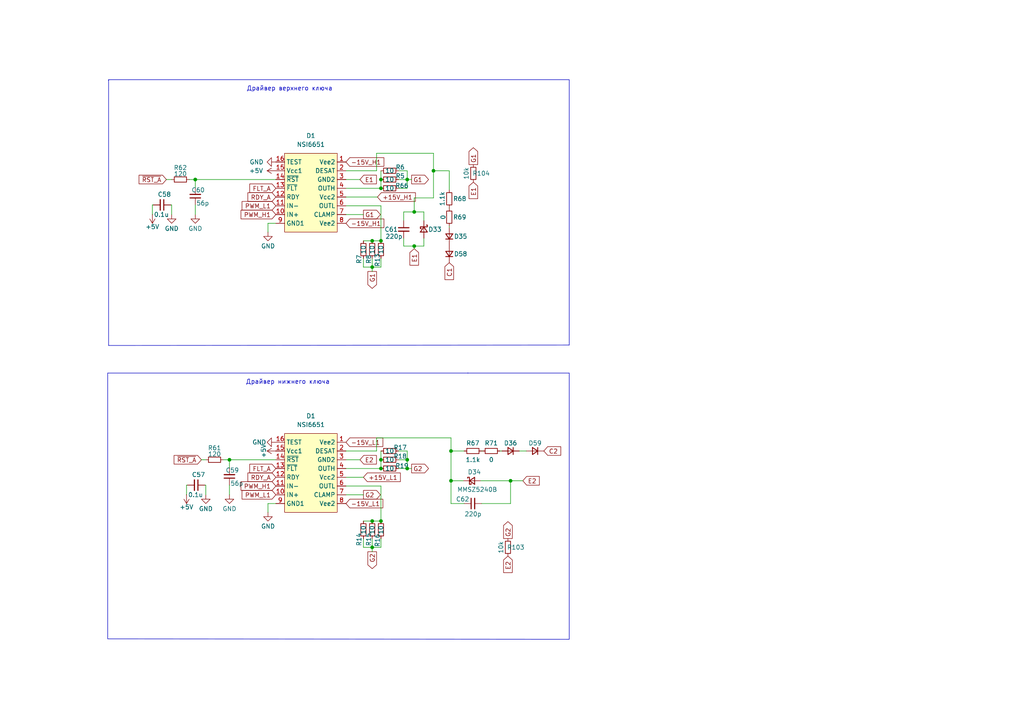
<source format=kicad_sch>
(kicad_sch (version 20231120) (generator "eeschema") (generator_version "8.0")
  (paper "A4")
  (lib_symbols
    (symbol "D_Small_1" (pin_numbers hide) (pin_names (offset 0.254) hide)
      (property "Reference" "D" (at -1.27 2.032 0))
      (property "Value" "D_Small" (at -3.81 -2.032 0))
      (symbol "D_Small_1_0_1"
        (polyline (pts (xy -0.762 -1.016) (xy -0.762 1.016)) (stroke (width 0.254)))
        (polyline (pts (xy -0.762 0) (xy 0.762 0)))
        (polyline (pts (xy 0.762 -1.016) (xy -0.762 0) (xy 0.762 1.016) (xy 0.762 -1.016)) (stroke (width 0.254)))
      )
      (symbol "D_Small_1_1_1"
        (pin passive line (at -2.54 0 0) (length 1.778) (name "K") (number "1"))
        (pin passive line (at 2.54 0 180) (length 1.778) (name "A") (number "2"))
      )
    )
    (symbol "D_Small_2" (pin_numbers hide) (pin_names (offset 0.254) hide)
      (property "Reference" "D" (at -1.27 2.032 0))
      (property "Value" "D_Small" (at -3.81 -2.032 0))
      (symbol "D_Small_2_0_1"
        (polyline (pts (xy -0.762 -1.016) (xy -0.762 1.016)) (stroke (width 0.254)))
        (polyline (pts (xy -0.762 0) (xy 0.762 0)))
        (polyline (pts (xy 0.762 -1.016) (xy -0.762 0) (xy 0.762 1.016) (xy 0.762 -1.016)) (stroke (width 0.254)))
      )
      (symbol "D_Small_2_1_1"
        (pin passive line (at -2.54 0 0) (length 1.778) (name "K") (number "1"))
        (pin passive line (at 2.54 0 180) (length 1.778) (name "A") (number "2"))
      )
    )
    (symbol "D_Small_3" (pin_numbers hide) (pin_names (offset 0.254) hide)
      (property "Reference" "D" (at -1.27 2.032 0))
      (property "Value" "D_Small" (at -3.81 -2.032 0))
      (symbol "D_Small_3_0_1"
        (polyline (pts (xy -0.762 -1.016) (xy -0.762 1.016)) (stroke (width 0.254)))
        (polyline (pts (xy -0.762 0) (xy 0.762 0)))
        (polyline (pts (xy 0.762 -1.016) (xy -0.762 0) (xy 0.762 1.016) (xy 0.762 -1.016)) (stroke (width 0.254)))
      )
      (symbol "D_Small_3_1_1"
        (pin passive line (at -2.54 0 0) (length 1.778) (name "K") (number "1"))
        (pin passive line (at 2.54 0 180) (length 1.778) (name "A") (number "2"))
      )
    )
    (symbol "Device:C_Small" (pin_numbers hide) (pin_names (offset 0.254) hide)
      (property "Reference" "C" (at 0.254 1.778 0))
      (property "Value" "C_Small" (at 0.254 -2.032 0))
      (symbol "C_Small_0_1"
        (polyline (pts (xy -1.524 -0.508) (xy 1.524 -0.508)) (stroke (width 0.3302)))
        (polyline (pts (xy -1.524 0.508) (xy 1.524 0.508)) (stroke (width 0.3048)))
      )
      (symbol "C_Small_1_1"
        (pin passive line (at 0 2.54 270) (length 2.032) (name "~") (number "1"))
        (pin passive line (at 0 -2.54 90) (length 2.032) (name "~") (number "2"))
      )
    )
    (symbol "Device:D_Schottky_Small" (pin_numbers hide) (pin_names (offset 0.254) hide)
      (property "Reference" "D" (at -1.27 2.032 0))
      (property "Value" "D_Schottky_Small" (at -7.112 -2.032 0))
      (symbol "D_Schottky_Small_0_1"
        (polyline (pts (xy -0.762 0) (xy 0.762 0)))
        (polyline (pts (xy 0.762 -1.016) (xy -0.762 0) (xy 0.762 1.016) (xy 0.762 -1.016)) (stroke (width 0.254)))
        (polyline (pts (xy -1.27 0.762) (xy -1.27 1.016) (xy -0.762 1.016) (xy -0.762 -1.016) (xy -0.254 -1.016) (xy -0.254 -0.762)) (stroke (width 0.254)))
      )
      (symbol "D_Schottky_Small_1_1"
        (pin passive line (at -2.54 0 0) (length 1.778) (name "K") (number "1"))
        (pin passive line (at 2.54 0 180) (length 1.778) (name "A") (number "2"))
      )
    )
    (symbol "Device:D_Small" (pin_numbers hide) (pin_names (offset 0.254) hide)
      (property "Reference" "D" (at -1.27 2.032 0))
      (property "Value" "D_Small" (at -3.81 -2.032 0))
      (symbol "D_Small_0_1"
        (polyline (pts (xy -0.762 -1.016) (xy -0.762 1.016)) (stroke (width 0.254)))
        (polyline (pts (xy -0.762 0) (xy 0.762 0)))
        (polyline (pts (xy 0.762 -1.016) (xy -0.762 0) (xy 0.762 1.016) (xy 0.762 -1.016)) (stroke (width 0.254)))
      )
      (symbol "D_Small_1_1"
        (pin passive line (at -2.54 0 0) (length 1.778) (name "K") (number "1"))
        (pin passive line (at 2.54 0 180) (length 1.778) (name "A") (number "2"))
      )
    )
    (symbol "Device:R_Small" (pin_numbers hide) (pin_names (offset 0.254) hide)
      (property "Reference" "R" (at 0.762 0.508 0))
      (property "Value" "R_Small" (at 0.762 -1.016 0))
      (symbol "R_Small_0_1"
        (rectangle (start -0.762 1.778) (end 0.762 -1.778) (stroke (width 0.2032)))
      )
      (symbol "R_Small_1_1"
        (pin passive line (at 0 2.54 270) (length 0.762) (name "~") (number "1"))
        (pin passive line (at 0 -2.54 90) (length 0.762) (name "~") (number "2"))
      )
    )
    (symbol "Driver_My:NSI6651"
      (property "Reference" "D" (at 0 5.08 0))
      (property "Value" "NSI6651" (at 0 2.54 0))
      (symbol "NSI6651_1_1"
        (rectangle (start -7.62 0) (end 7.62 -22.86) (fill (type background)))
        (pin input line (at -10.16 -2.54 0) (length 2.54) (name "Vee2") (number "1"))
        (pin input line (at 10.16 -17.78 180) (length 2.54) (name "IN+") (number "10"))
        (pin input line (at 10.16 -15.24 180) (length 2.54) (name "IN-") (number "11"))
        (pin input line (at 10.16 -12.7 180) (length 2.54) (name "RDY") (number "12"))
        (pin input line (at 10.16 -10.16 180) (length 2.54) (name "~{FLT}") (number "13"))
        (pin input line (at 10.16 -7.62 180) (length 2.54) (name "~{RST}") (number "14"))
        (pin input line (at 10.16 -5.08 180) (length 2.54) (name "Vcc1") (number "15"))
        (pin input line (at 10.16 -2.54 180) (length 2.54) (name "TEST") (number "16"))
        (pin input line (at -10.16 -5.08 0) (length 2.54) (name "DESAT") (number "2"))
        (pin input line (at -10.16 -7.62 0) (length 2.54) (name "GND2") (number "3"))
        (pin input line (at -10.16 -10.16 0) (length 2.54) (name "OUTH") (number "4"))
        (pin input line (at -10.16 -12.7 0) (length 2.54) (name "Vcc2") (number "5"))
        (pin input line (at -10.16 -15.24 0) (length 2.54) (name "OUTL") (number "6"))
        (pin input line (at -10.16 -17.78 0) (length 2.54) (name "CLAMP") (number "7"))
        (pin input line (at -10.16 -20.32 0) (length 2.54) (name "Vee2") (number "8"))
        (pin input line (at 10.16 -20.32 180) (length 2.54) (name "GND1") (number "9"))
      )
    )
    (symbol "GND_1" (power) (pin_names (offset 0))
      (property "Value" "GND" (at 0 -3.81 0))
      (symbol "GND_1_0_1"
        (polyline (pts (xy 0 0) (xy 0 -1.27) (xy 1.27 -1.27) (xy 0 -2.54) (xy -1.27 -1.27) (xy 0 -1.27)))
      )
      (symbol "GND_1_1_1"
        (pin power_in line (at 0 0 270) (length 0) hide (name "GND") (number "1"))
      )
    )
    (symbol "GND_2" (power) (pin_names (offset 0))
      (property "Value" "GND" (at 0 -3.81 0))
      (symbol "GND_2_0_1"
        (polyline (pts (xy 0 0) (xy 0 -1.27) (xy 1.27 -1.27) (xy 0 -2.54) (xy -1.27 -1.27) (xy 0 -1.27)))
      )
      (symbol "GND_2_1_1"
        (pin power_in line (at 0 0 270) (length 0) hide (name "GND") (number "1"))
      )
    )
    (symbol "GND_3" (power) (pin_names (offset 0))
      (property "Value" "GND" (at 0 -3.81 0))
      (symbol "GND_3_0_1"
        (polyline (pts (xy 0 0) (xy 0 -1.27) (xy 1.27 -1.27) (xy 0 -2.54) (xy -1.27 -1.27) (xy 0 -1.27)))
      )
      (symbol "GND_3_1_1"
        (pin power_in line (at 0 0 270) (length 0) hide (name "GND") (number "1"))
      )
    )
    (symbol "GND_4" (power) (pin_names (offset 0))
      (property "Value" "GND" (at 0 -3.81 0))
      (symbol "GND_4_0_1"
        (polyline (pts (xy 0 0) (xy 0 -1.27) (xy 1.27 -1.27) (xy 0 -2.54) (xy -1.27 -1.27) (xy 0 -1.27)))
      )
      (symbol "GND_4_1_1"
        (pin power_in line (at 0 0 270) (length 0) hide (name "GND") (number "1"))
      )
    )
    (symbol "GND_5" (power) (pin_names (offset 0))
      (property "Value" "GND" (at 0 -3.81 0))
      (symbol "GND_5_0_1"
        (polyline (pts (xy 0 0) (xy 0 -1.27) (xy 1.27 -1.27) (xy 0 -2.54) (xy -1.27 -1.27) (xy 0 -1.27)))
      )
      (symbol "GND_5_1_1"
        (pin power_in line (at 0 0 270) (length 0) hide (name "GND") (number "1"))
      )
    )
    (symbol "GND_6" (power) (pin_names (offset 0))
      (property "Value" "GND" (at 0 -3.81 0))
      (symbol "GND_6_0_1"
        (polyline (pts (xy 0 0) (xy 0 -1.27) (xy 1.27 -1.27) (xy 0 -2.54) (xy -1.27 -1.27) (xy 0 -1.27)))
      )
      (symbol "GND_6_1_1"
        (pin power_in line (at 0 0 270) (length 0) hide (name "GND") (number "1"))
      )
    )
    (symbol "GND_7" (power) (pin_names (offset 0))
      (property "Value" "GND" (at 0 -3.81 0))
      (symbol "GND_7_0_1"
        (polyline (pts (xy 0 0) (xy 0 -1.27) (xy 1.27 -1.27) (xy 0 -2.54) (xy -1.27 -1.27) (xy 0 -1.27)))
      )
      (symbol "GND_7_1_1"
        (pin power_in line (at 0 0 270) (length 0) hide (name "GND") (number "1"))
      )
    )
    (symbol "power:+5V" (power) (pin_numbers hide) (pin_names (offset 0) hide)
      (property "Value" "+5V" (at 0 3.556 0))
      (symbol "+5V_0_1"
        (polyline (pts (xy -0.762 1.27) (xy 0 2.54)))
        (polyline (pts (xy 0 0) (xy 0 2.54)))
        (polyline (pts (xy 0 2.54) (xy 0.762 1.27)))
      )
      (symbol "+5V_1_1"
        (pin power_in line (at 0 0 90) (length 0) (name "~") (number "1"))
      )
    )
    (symbol "power:GND" (power) (pin_names (offset 0))
      (property "Value" "GND" (at 0 -3.81 0))
      (symbol "GND_0_1"
        (polyline (pts (xy 0 0) (xy 0 -1.27) (xy 1.27 -1.27) (xy 0 -2.54) (xy -1.27 -1.27) (xy 0 -1.27)))
      )
      (symbol "GND_1_1"
        (pin power_in line (at 0 0 270) (length 0) hide (name "GND") (number "1"))
      )
    )
  )
  (junction (at 110.49 151.13))
  (junction (at 107.95 69.85))
  (junction (at 130.81 130.81))
  (junction (at 120.142 61.468))
  (junction (at 125.73 49.53))
  (junction (at 110.49 133.35))
  (junction (at 110.49 135.89))
  (junction (at 118.11 52.07))
  (junction (at 107.95 151.13))
  (junction (at 56.642 52.07))
  (junction (at 66.548 133.35))
  (junction (at 107.95 77.47))
  (junction (at 148.082 139.446))
  (junction (at 118.11 133.35))
  (junction (at 110.49 52.07))
  (junction (at 130.81 139.446))
  (junction (at 110.49 69.85))
  (junction (at 107.95 158.75))
  (junction (at 110.49 54.61))
  (junction (at 120.142 71.374))
  (junction (at 118.11 135.89))
  (wire (pts (xy 110.49 156.21) (xy 110.49 158.75)))
  (wire (pts (xy 59.69 143.51) (xy 59.69 140.716)))
  (wire (pts (xy 107.95 77.47) (xy 110.49 77.47)))
  (wire (pts (xy 118.11 135.89) (xy 115.57 135.89)))
  (wire (pts (xy 110.49 130.81) (xy 110.49 133.35)))
  (wire (pts (xy 120.142 71.374) (xy 122.936 71.374)))
  (wire (pts (xy 64.77 133.35) (xy 66.548 133.35)))
  (wire (pts (xy 100.33 130.81) (xy 109.22 130.81)))
  (wire (pts (xy 105.41 156.21) (xy 105.41 158.75)))
  (wire (pts (xy 100.33 133.35) (xy 104.394 133.35)))
  (wire (pts (xy 100.33 138.43) (xy 105.41 138.43)))
  (polyline (pts (xy 31.496 100.203) (xy 31.496 23.114)))
  (polyline (pts (xy 165.1 23.114) (xy 165.1 100.076)))
  (wire (pts (xy 125.73 44.45) (xy 125.73 49.53)))
  (wire (pts (xy 115.57 133.35) (xy 118.11 133.35)))
  (wire (pts (xy 117.094 61.468) (xy 120.142 61.468)))
  (wire (pts (xy 130.81 139.446) (xy 130.81 146.05)))
  (wire (pts (xy 150.622 130.81) (xy 152.654 130.81)))
  (wire (pts (xy 110.49 135.89) (xy 100.33 135.89)))
  (wire (pts (xy 139.446 139.446) (xy 148.082 139.446)))
  (wire (pts (xy 109.22 130.81) (xy 109.22 127)))
  (wire (pts (xy 110.49 52.07) (xy 110.49 54.61)))
  (polyline (pts (xy 165.1 108.204) (xy 165.1 163.83)))
  (polyline (pts (xy 135.636 108.204) (xy 165.1 108.204)))
  (wire (pts (xy 66.548 135.636) (xy 66.548 133.35)))
  (wire (pts (xy 54.864 52.07) (xy 56.642 52.07)))
  (wire (pts (xy 105.41 69.85) (xy 107.95 69.85)))
  (wire (pts (xy 119.38 52.07) (xy 118.11 52.07)))
  (wire (pts (xy 109.22 49.53) (xy 109.22 44.45)))
  (wire (pts (xy 100.33 59.69) (xy 110.49 59.69)))
  (wire (pts (xy 48.26 52.07) (xy 49.784 52.07)))
  (wire (pts (xy 107.95 77.47) (xy 107.95 78.74)))
  (polyline (pts (xy 165.1 163.83) (xy 165.1 185.42)))
  (wire (pts (xy 66.548 133.35) (xy 80.01 133.35)))
  (wire (pts (xy 107.95 69.85) (xy 110.49 69.85)))
  (wire (pts (xy 56.642 54.356) (xy 56.642 52.07)))
  (wire (pts (xy 122.936 64.008) (xy 122.936 61.468)))
  (wire (pts (xy 110.49 133.35) (xy 110.49 135.89)))
  (wire (pts (xy 105.41 74.93) (xy 105.41 77.47)))
  (wire (pts (xy 148.082 146.05) (xy 148.082 139.446)))
  (wire (pts (xy 109.22 44.45) (xy 125.73 44.45)))
  (wire (pts (xy 130.302 65.532) (xy 130.302 66.04)))
  (wire (pts (xy 118.11 54.61) (xy 115.57 54.61)))
  (wire (pts (xy 100.33 140.97) (xy 110.49 140.97)))
  (wire (pts (xy 100.33 49.53) (xy 109.22 49.53)))
  (wire (pts (xy 117.094 71.374) (xy 120.142 71.374)))
  (wire (pts (xy 122.936 69.088) (xy 122.936 71.374)))
  (wire (pts (xy 119.38 135.89) (xy 118.11 135.89)))
  (wire (pts (xy 148.082 139.446) (xy 151.638 139.446)))
  (wire (pts (xy 77.724 146.05) (xy 77.724 148.59)))
  (wire (pts (xy 107.95 151.13) (xy 110.49 151.13)))
  (wire (pts (xy 125.73 49.53) (xy 125.73 57.404)))
  (polyline (pts (xy 165.1 100.076) (xy 31.496 100.203)))
  (wire (pts (xy 120.142 57.404) (xy 125.73 57.404)))
  (wire (pts (xy 54.102 140.716) (xy 54.356 140.716)))
  (wire (pts (xy 56.642 62.23) (xy 56.642 59.436)))
  (wire (pts (xy 105.41 151.13) (xy 107.95 151.13)))
  (wire (pts (xy 77.724 64.77) (xy 77.724 67.31)))
  (wire (pts (xy 110.49 140.97) (xy 110.49 151.13)))
  (wire (pts (xy 105.41 77.47) (xy 107.95 77.47)))
  (wire (pts (xy 130.81 130.81) (xy 134.62 130.81)))
  (wire (pts (xy 130.302 60.452) (xy 130.302 60.198)))
  (wire (pts (xy 115.57 130.81) (xy 118.11 130.81)))
  (wire (pts (xy 107.95 156.21) (xy 107.95 158.75)))
  (wire (pts (xy 80.01 52.07) (xy 56.642 52.07)))
  (wire (pts (xy 44.196 62.23) (xy 44.196 59.436)))
  (wire (pts (xy 118.11 130.81) (xy 118.11 133.35)))
  (wire (pts (xy 118.11 49.53) (xy 118.11 52.07)))
  (wire (pts (xy 44.196 59.436) (xy 44.45 59.436)))
  (wire (pts (xy 107.95 158.75) (xy 107.95 160.02)))
  (wire (pts (xy 107.95 74.93) (xy 107.95 77.47)))
  (polyline (pts (xy 165.1 185.42) (xy 31.242 185.293)))
  (wire (pts (xy 118.11 52.07) (xy 118.11 54.61)))
  (polyline (pts (xy 31.242 108.204) (xy 135.763 108.204)))
  (polyline (pts (xy 165.1 23.114) (xy 31.496 23.114)))
  (wire (pts (xy 115.57 52.07) (xy 118.11 52.07)))
  (wire (pts (xy 115.57 49.53) (xy 118.11 49.53)))
  (wire (pts (xy 100.33 52.07) (xy 104.394 52.07)))
  (wire (pts (xy 120.142 61.468) (xy 120.142 57.404)))
  (wire (pts (xy 100.33 62.23) (xy 105.41 62.23)))
  (wire (pts (xy 139.7 146.05) (xy 148.082 146.05)))
  (wire (pts (xy 80.01 146.05) (xy 77.724 146.05)))
  (wire (pts (xy 100.33 143.51) (xy 105.41 143.51)))
  (wire (pts (xy 110.49 54.61) (xy 100.33 54.61)))
  (wire (pts (xy 130.81 127) (xy 130.81 130.81)))
  (wire (pts (xy 120.142 61.468) (xy 122.936 61.468)))
  (polyline (pts (xy 31.242 185.293) (xy 31.242 108.204)))
  (wire (pts (xy 105.41 158.75) (xy 107.95 158.75)))
  (wire (pts (xy 59.69 140.716) (xy 59.436 140.716)))
  (wire (pts (xy 58.42 133.35) (xy 59.69 133.35)))
  (wire (pts (xy 110.49 74.93) (xy 110.49 77.47)))
  (wire (pts (xy 109.22 127) (xy 130.81 127)))
  (wire (pts (xy 49.784 59.436) (xy 49.53 59.436)))
  (wire (pts (xy 117.094 69.088) (xy 117.094 71.374)))
  (wire (pts (xy 125.73 49.53) (xy 130.302 49.53)))
  (wire (pts (xy 80.01 64.77) (xy 77.724 64.77)))
  (wire (pts (xy 139.954 130.81) (xy 139.7 130.81)))
  (wire (pts (xy 145.034 130.81) (xy 145.542 130.81)))
  (wire (pts (xy 110.49 49.53) (xy 110.49 52.07)))
  (wire (pts (xy 117.094 64.008) (xy 117.094 61.468)))
  (wire (pts (xy 130.81 139.446) (xy 134.366 139.446)))
  (wire (pts (xy 130.81 146.05) (xy 134.62 146.05)))
  (wire (pts (xy 109.474 57.15) (xy 100.33 57.15)))
  (wire (pts (xy 118.11 133.35) (xy 118.11 135.89)))
  (wire (pts (xy 130.302 49.53) (xy 130.302 55.118)))
  (polyline (pts (xy 31.496 23.114) (xy 31.496 23.368)))
  (wire (pts (xy 54.102 143.51) (xy 54.102 140.716)))
  (wire (pts (xy 49.784 62.23) (xy 49.784 59.436)))
  (wire (pts (xy 66.548 143.51) (xy 66.548 140.716)))
  (wire (pts (xy 110.49 59.69) (xy 110.49 69.85)))
  (wire (pts (xy 120.142 71.374) (xy 120.142 72.136)))
  (wire (pts (xy 107.95 158.75) (xy 110.49 158.75)))
  (wire (pts (xy 130.81 139.446) (xy 130.81 130.81)))
  (text "Драйвер верхнего ключа" (at 71.501 26.543 0) (effects (font (size 1.27 1.27)) (justify left bottom)))
  (text "Драйвер нижнего ключа" (at 71.247 111.633 0) (effects (font (size 1.27 1.27)) (justify left bottom)))
  (global_label "~{RST_A}" (shape input) (at 58.42 133.35 180) (property "Intersheetrefs" "${INTERSHEET_REFS}" (effects (hide yes))))
  (global_label "E2" (shape input) (at 147.32 161.29 270) (property "Intersheetrefs" "${INTERSHEET_REFS}" (effects (hide yes))))
  (global_label "E1" (shape input) (at 120.142 72.136 270) (property "Intersheetrefs" "${INTERSHEET_REFS}" (effects (hide yes))))
  (global_label "G2" (shape output) (at 147.32 156.21 90) (property "Intersheetrefs" "${INTERSHEET_REFS}" (effects (hide yes))))
  (global_label "+15V_L1" (shape input) (at 105.41 138.43 0) (property "Intersheetrefs" "${INTERSHEET_REFS}" (effects (hide yes))))
  (global_label "PWM_L1" (shape input) (at 80.01 59.69 180) (property "Intersheetrefs" "${INTERSHEET_REFS}" (effects (hide yes))))
  (global_label "G1" (shape output) (at 137.287 47.752 90) (property "Intersheetrefs" "${INTERSHEET_REFS}" (effects (hide yes))))
  (global_label "-15V_L1" (shape input) (at 100.33 146.05 0) (property "Intersheetrefs" "${INTERSHEET_REFS}" (effects (hide yes))))
  (global_label "PWM_H1" (shape input) (at 80.01 140.97 180) (property "Intersheetrefs" "${INTERSHEET_REFS}" (effects (hide yes))))
  (global_label "-15V_H1" (shape input) (at 100.33 64.77 0) (property "Intersheetrefs" "${INTERSHEET_REFS}" (effects (hide yes))))
  (global_label "E2" (shape input) (at 104.394 133.35 0) (property "Intersheetrefs" "${INTERSHEET_REFS}" (effects (hide yes))))
  (global_label "G1" (shape output) (at 105.41 62.23 0) (property "Intersheetrefs" "${INTERSHEET_REFS}" (effects (hide yes))))
  (global_label "G2" (shape output) (at 119.38 135.89 0) (property "Intersheetrefs" "${INTERSHEET_REFS}" (effects (hide yes))))
  (global_label "PWM_L1" (shape input) (at 80.01 143.51 180) (property "Intersheetrefs" "${INTERSHEET_REFS}" (effects (hide yes))))
  (global_label "E1" (shape input) (at 137.287 52.832 270) (property "Intersheetrefs" "${INTERSHEET_REFS}" (effects (hide yes))))
  (global_label "-15V_H1" (shape input) (at 100.33 46.99 0) (property "Intersheetrefs" "${INTERSHEET_REFS}" (effects (hide yes))))
  (global_label "RDY_A" (shape input) (at 80.01 57.15 180) (property "Intersheetrefs" "${INTERSHEET_REFS}" (effects (hide yes))))
  (global_label "PWM_H1" (shape input) (at 80.01 62.23 180) (property "Intersheetrefs" "${INTERSHEET_REFS}" (effects (hide yes))))
  (global_label "G2" (shape output) (at 105.41 143.51 0) (property "Intersheetrefs" "${INTERSHEET_REFS}" (effects (hide yes))))
  (global_label "C1" (shape input) (at 130.302 76.2 270) (property "Intersheetrefs" "${INTERSHEET_REFS}" (effects (hide yes))))
  (global_label "E2" (shape input) (at 151.638 139.446 0) (property "Intersheetrefs" "${INTERSHEET_REFS}" (effects (hide yes))))
  (global_label "G1" (shape output) (at 107.95 78.74 270) (property "Intersheetrefs" "${INTERSHEET_REFS}" (effects (hide yes))))
  (global_label "+15V_H1" (shape input) (at 109.474 57.15 0) (property "Intersheetrefs" "${INTERSHEET_REFS}" (effects (hide yes))))
  (global_label "-15V_L1" (shape input) (at 100.33 128.27 0) (property "Intersheetrefs" "${INTERSHEET_REFS}" (effects (hide yes))))
  (global_label "G1" (shape output) (at 119.38 52.07 0) (property "Intersheetrefs" "${INTERSHEET_REFS}" (effects (hide yes))))
  (global_label "~{RST_A}" (shape input) (at 48.26 52.07 180) (property "Intersheetrefs" "${INTERSHEET_REFS}" (effects (hide yes))))
  (global_label "FLT_A" (shape input) (at 80.01 54.61 180) (property "Intersheetrefs" "${INTERSHEET_REFS}" (effects (hide yes))))
  (global_label "FLT_A" (shape input) (at 80.01 135.89 180) (property "Intersheetrefs" "${INTERSHEET_REFS}" (effects (hide yes))))
  (global_label "E1" (shape input) (at 104.394 52.07 0) (property "Intersheetrefs" "${INTERSHEET_REFS}" (effects (hide yes))))
  (global_label "RDY_A" (shape input) (at 80.01 138.43 180) (property "Intersheetrefs" "${INTERSHEET_REFS}" (effects (hide yes))))
  (global_label "G2" (shape output) (at 107.95 160.02 270) (property "Intersheetrefs" "${INTERSHEET_REFS}" (effects (hide yes))))
  (global_label "C2" (shape input) (at 157.734 130.81 0) (property "Intersheetrefs" "${INTERSHEET_REFS}" (effects (hide yes))))
  (symbol (lib_id "power:+5V") (at 80.01 49.53 90) (unit 1)
    (property "Reference" "#PWR0168" (effects (hide yes)))
    (property "Value" "+5V" (at 74.295 49.53 90))
    (property "Description" "Power symbol creates a global label with name \"+5V\"" (effects (hide yes)))
  )
  (symbol (lib_name "GND_5") (lib_id "power:GND") (at 80.01 128.27 270) (unit 1)
    (property "Reference" "#PWR0171" (effects (hide yes)))
    (property "Value" "GND" (at 73.152 128.27 90) (effects (justify left)))
  )
  (symbol (lib_id "Device:R_Small") (at 137.287 50.292 180) (unit 1)
    (property "Reference" "R104" (at 139.573 50.292 0))
    (property "Value" "10k" (at 135.255 50.292 90))
    (property "Footprint" "Resistor_SMD:R_0805_2012Metric_Pad1.20x1.40mm_HandSolder" (effects (hide yes)))
  )
  (symbol (lib_id "Device:R_Small") (at 62.23 133.35 90) (unit 1)
    (property "Reference" "R61" (at 62.23 129.921 90))
    (property "Value" "120" (at 62.23 131.699 90))
    (property "Footprint" "Resistor_SMD:R_0805_2012Metric_Pad1.20x1.40mm_HandSolder" (effects (hide yes)))
  )
  (symbol (lib_id "Device:R_Small") (at 142.494 130.81 270) (unit 1)
    (property "Reference" "R71" (at 142.494 128.524 90))
    (property "Value" "0" (at 142.494 133.35 90))
    (property "Footprint" "Resistor_SMD:R_0805_2012Metric_Pad1.20x1.40mm_HandSolder" (effects (hide yes)))
  )
  (symbol (lib_id "Device:R_Small") (at 113.03 49.53 270) (unit 1)
    (property "Reference" "R6" (at 116.078 48.514 90))
    (property "Value" "10" (at 113.03 49.53 90))
    (property "Footprint" "Resistor_SMD:R_1206_3216Metric_Pad1.30x1.75mm_HandSolder" (effects (hide yes)))
  )
  (symbol (lib_id "Device:R_Small") (at 137.16 130.81 270) (unit 1)
    (property "Reference" "R67" (at 137.16 128.524 90))
    (property "Value" "1.1k" (at 137.16 133.35 90))
    (property "Footprint" "Resistor_SMD:R_0805_2012Metric_Pad1.20x1.40mm_HandSolder" (effects (hide yes)))
  )
  (symbol (lib_id "Device:R_Small") (at 105.41 72.39 0) (unit 1)
    (property "Reference" "R7" (at 104.14 75.184 90))
    (property "Value" "10" (at 105.41 72.39 90))
    (property "Footprint" "Resistor_SMD:R_1206_3216Metric_Pad1.30x1.75mm_HandSolder" (effects (hide yes)))
  )
  (symbol (lib_id "Device:R_Small") (at 110.49 153.67 0) (unit 1)
    (property "Reference" "R16" (at 109.474 156.718 90))
    (property "Value" "10" (at 110.49 153.67 90))
    (property "Footprint" "Resistor_SMD:R_1206_3216Metric_Pad1.30x1.75mm_HandSolder" (effects (hide yes)))
  )
  (symbol (lib_name "GND_1") (lib_id "power:GND") (at 49.784 62.23 0) (unit 1)
    (property "Reference" "#PWR0164" (effects (hide yes)))
    (property "Value" "GND" (at 47.752 66.294 0) (effects (justify left)))
  )
  (symbol (lib_id "Driver_My:NSI6651") (at 90.17 44.45 0) (mirror y) (unit 1)
    (property "Reference" "D1" (at 90.17 39.37 0))
    (property "Value" "NSI6651" (at 90.17 41.91 0))
    (property "Footprint" "Package_SO:SOIC-16W_7.5x10.3mm_P1.27mm" (effects (hide yes)))
    (instances (project "Driver GD50FFY120C5S" (path "" (reference "D1") (unit 1)) (path "" (reference "D24") (unit 1)) (path "" (reference "D5") (unit 1)) (path "" (reference "D17") (unit 1)) (path "" (reference "D11") (unit 1))) (project "Adapter" (path "" (reference "D32") (unit 1))))
  )
  (symbol (lib_id "Device:C_Small") (at 56.896 140.716 270) (unit 1)
    (property "Reference" "C57" (at 55.626 137.668 90) (effects (justify left)))
    (property "Value" "0.1u" (at 58.928 143.51 90) (effects (justify right)))
    (property "Footprint" "Capacitor_SMD:C_0805_2012Metric_Pad1.18x1.45mm_HandSolder" (effects (hide yes)))
  )
  (symbol (lib_id "Device:R_Small") (at 113.03 130.81 270) (unit 1)
    (property "Reference" "R17" (at 116.078 129.794 90))
    (property "Value" "10" (at 113.03 130.81 90))
    (property "Footprint" "Resistor_SMD:R_1206_3216Metric_Pad1.30x1.75mm_HandSolder" (effects (hide yes)))
  )
  (symbol (lib_id "Device:R_Small") (at 107.95 153.67 0) (unit 1)
    (property "Reference" "R15" (at 106.934 156.464 90))
    (property "Value" "10" (at 107.95 153.67 90))
    (property "Footprint" "Resistor_SMD:R_1206_3216Metric_Pad1.30x1.75mm_HandSolder" (effects (hide yes)))
  )
  (symbol (lib_id "power:+5V") (at 80.01 130.81 90) (unit 1)
    (property "Reference" "#PWR0162" (effects (hide yes)))
    (property "Value" "+5V" (at 76.454 130.81 0))
    (property "Description" "Power symbol creates a global label with name \"+5V\"" (effects (hide yes)))
  )
  (symbol (lib_id "Device:R_Small") (at 147.32 158.75 180) (unit 1)
    (property "Reference" "R103" (at 149.606 158.75 0))
    (property "Value" "10k" (at 145.288 158.75 90))
    (property "Footprint" "Resistor_SMD:R_0805_2012Metric_Pad1.20x1.40mm_HandSolder" (effects (hide yes)))
  )
  (symbol (lib_name "GND_4") (lib_id "power:GND") (at 59.69 143.51 0) (unit 1)
    (property "Reference" "#PWR0163" (effects (hide yes)))
    (property "Value" "GND" (at 57.658 147.574 0) (effects (justify left)))
  )
  (symbol (lib_id "Device:C_Small") (at 46.99 59.436 270) (unit 1)
    (property "Reference" "C58" (at 45.72 56.388 90) (effects (justify left)))
    (property "Value" "0.1u" (at 49.022 62.23 90) (effects (justify right)))
    (property "Footprint" "Capacitor_SMD:C_0805_2012Metric_Pad1.18x1.45mm_HandSolder" (effects (hide yes)))
  )
  (symbol (lib_name "D_Small_2") (lib_id "Device:D_Small") (at 148.082 130.81 180) (unit 1)
    (property "Reference" "D36" (at 148.082 128.524 0))
    (property "Value" "MURS160" (effects (hide yes)))
    (property "Footprint" "Diode_SMD:D_SMA_Handsoldering" (effects (hide yes)))
  )
  (symbol (lib_id "Device:D_Schottky_Small") (at 136.906 139.446 0) (unit 1)
    (property "Reference" "D34" (at 135.636 136.906 0) (effects (justify left)))
    (property "Value" "MMSZ5240B" (at 132.588 141.986 0) (effects (justify left)))
    (property "Footprint" "Diode_SMD:D_SOD-123" (effects (hide yes)))
  )
  (symbol (lib_id "Device:R_Small") (at 113.03 135.89 270) (unit 1)
    (property "Reference" "R19" (at 116.586 135.128 90))
    (property "Value" "10" (at 113.03 135.89 90))
    (property "Footprint" "Resistor_SMD:R_1206_3216Metric_Pad1.30x1.75mm_HandSolder" (effects (hide yes)))
  )
  (symbol (lib_id "Device:D_Small") (at 155.194 130.81 180) (unit 1)
    (property "Reference" "D59" (at 155.194 128.524 0))
    (property "Value" "MURS160" (effects (hide yes)))
    (property "Footprint" "Diode_SMD:D_SMA_Handsoldering" (effects (hide yes)))
  )
  (symbol (lib_name "D_Small_3") (lib_id "Device:D_Small") (at 130.302 68.58 90) (unit 1)
    (property "Reference" "D35" (at 133.604 68.58 90))
    (property "Value" "MURS160" (effects (hide yes)))
    (property "Footprint" "Diode_SMD:D_SMA_Handsoldering" (effects (hide yes)))
  )
  (symbol (lib_id "power:+5V") (at 44.196 62.23 180) (unit 1)
    (property "Reference" "#PWR0167" (effects (hide yes)))
    (property "Value" "+5V" (at 44.196 65.786 0))
    (property "Description" "Power symbol creates a global label with name \"+5V\"" (effects (hide yes)))
  )
  (symbol (lib_id "Device:R_Small") (at 130.302 62.992 180) (unit 1)
    (property "Reference" "R69" (at 133.35 62.992 0))
    (property "Value" "0" (at 128.524 62.992 90))
    (property "Footprint" "Resistor_SMD:R_0805_2012Metric_Pad1.20x1.40mm_HandSolder" (effects (hide yes)))
  )
  (symbol (lib_id "Device:R_Small") (at 110.49 72.39 0) (unit 1)
    (property "Reference" "R13" (at 109.474 75.438 90))
    (property "Value" "10" (at 110.49 72.39 90))
    (property "Footprint" "Resistor_SMD:R_1206_3216Metric_Pad1.30x1.75mm_HandSolder" (effects (hide yes)))
  )
  (symbol (lib_id "power:+5V") (at 54.102 143.51 180) (unit 1)
    (property "Reference" "#PWR0161" (effects (hide yes)))
    (property "Value" "+5V" (at 54.102 147.066 0))
    (property "Description" "Power symbol creates a global label with name \"+5V\"" (effects (hide yes)))
  )
  (symbol (lib_id "Device:R_Small") (at 113.03 52.07 270) (unit 1)
    (property "Reference" "R5" (at 116.078 51.054 90))
    (property "Value" "10" (at 113.03 52.07 90))
    (property "Footprint" "Resistor_SMD:R_1206_3216Metric_Pad1.30x1.75mm_HandSolder" (effects (hide yes)))
  )
  (symbol (lib_id "Device:C_Small") (at 137.16 146.05 90) (unit 1)
    (property "Reference" "C62" (at 136.144 144.78 90) (effects (justify left)))
    (property "Value" "220p" (at 139.7 149.098 90) (effects (justify left)))
    (property "Footprint" "Capacitor_SMD:C_0805_2012Metric_Pad1.18x1.45mm_HandSolder" (effects (hide yes)))
  )
  (symbol (lib_name "D_Small_1") (lib_id "Device:D_Small") (at 130.302 73.66 90) (unit 1)
    (property "Reference" "D58" (at 133.604 73.66 90))
    (property "Value" "MURS160" (effects (hide yes)))
    (property "Footprint" "Diode_SMD:D_SMA_Handsoldering" (effects (hide yes)))
  )
  (symbol (lib_id "Device:C_Small") (at 66.548 138.176 180) (unit 1)
    (property "Reference" "C59" (at 69.342 136.398 0) (effects (justify left)))
    (property "Value" "56p" (at 66.802 140.208 0) (effects (justify right)))
    (property "Footprint" "Capacitor_SMD:C_0805_2012Metric_Pad1.18x1.45mm_HandSolder" (effects (hide yes)))
  )
  (symbol (lib_id "Driver_My:NSI6651") (at 90.17 125.73 0) (mirror y) (unit 1)
    (property "Reference" "D1" (at 90.17 120.65 0))
    (property "Value" "NSI6651" (at 90.17 123.19 0))
    (property "Footprint" "Package_SO:SOIC-16W_7.5x10.3mm_P1.27mm" (effects (hide yes)))
    (instances (project "Driver GD50FFY120C5S" (path "" (reference "D1") (unit 1)) (path "" (reference "D24") (unit 1)) (path "" (reference "D5") (unit 1)) (path "" (reference "D17") (unit 1)) (path "" (reference "D11") (unit 1))) (project "Adapter" (path "" (reference "D31") (unit 1))))
  )
  (symbol (lib_id "Device:R_Small") (at 113.03 54.61 270) (unit 1)
    (property "Reference" "R66" (at 116.586 53.848 90))
    (property "Value" "10" (at 113.03 54.61 90))
    (property "Footprint" "Resistor_SMD:R_1206_3216Metric_Pad1.30x1.75mm_HandSolder" (effects (hide yes)))
  )
  (symbol (lib_id "Device:R_Small") (at 52.324 52.07 90) (unit 1)
    (property "Reference" "R62" (at 52.324 48.641 90))
    (property "Value" "120" (at 52.324 50.419 90))
    (property "Footprint" "Resistor_SMD:R_0805_2012Metric_Pad1.20x1.40mm_HandSolder" (effects (hide yes)))
  )
  (symbol (lib_id "power:GND") (at 80.01 46.99 270) (unit 1)
    (property "Reference" "#PWR0173" (effects (hide yes)))
    (property "Value" "GND" (at 76.454 46.99 90) (effects (justify right)))
  )
  (symbol (lib_id "Device:D_Schottky_Small") (at 122.936 66.548 270) (unit 1)
    (property "Reference" "D33" (at 124.206 66.548 90) (effects (justify left)))
    (property "Value" "MMSZ5240B" (effects (hide yes)))
    (property "Footprint" "Diode_SMD:D_SOD-123" (effects (hide yes)))
  )
  (symbol (lib_name "GND_3") (lib_id "power:GND") (at 77.724 67.31 0) (unit 1)
    (property "Reference" "#PWR0170" (effects (hide yes)))
    (property "Value" "GND" (at 75.692 71.374 0) (effects (justify left)))
  )
  (symbol (lib_name "GND_2") (lib_id "power:GND") (at 66.548 143.51 0) (unit 1)
    (property "Reference" "#PWR0165" (effects (hide yes)))
    (property "Value" "GND" (at 64.516 147.574 0) (effects (justify left)))
  )
  (symbol (lib_name "GND_7") (lib_id "power:GND") (at 77.724 148.59 0) (unit 1)
    (property "Reference" "#PWR0169" (effects (hide yes)))
    (property "Value" "GND" (at 75.692 152.654 0) (effects (justify left)))
  )
  (symbol (lib_id "Device:R_Small") (at 130.302 57.658 180) (unit 1)
    (property "Reference" "R68" (at 133.35 57.658 0))
    (property "Value" "1.1k" (at 128.27 57.658 90))
    (property "Footprint" "Resistor_SMD:R_0805_2012Metric_Pad1.20x1.40mm_HandSolder" (effects (hide yes)))
  )
  (symbol (lib_id "Device:R_Small") (at 107.95 72.39 0) (unit 1)
    (property "Reference" "R8" (at 106.934 75.184 90))
    (property "Value" "10" (at 107.95 72.39 90))
    (property "Footprint" "Resistor_SMD:R_1206_3216Metric_Pad1.30x1.75mm_HandSolder" (effects (hide yes)))
  )
  (symbol (lib_id "Device:C_Small") (at 56.642 56.896 180) (unit 1)
    (property "Reference" "C60" (at 59.436 55.118 0) (effects (justify left)))
    (property "Value" "56p" (at 56.896 58.928 0) (effects (justify right)))
    (property "Footprint" "Capacitor_SMD:C_0805_2012Metric_Pad1.18x1.45mm_HandSolder" (effects (hide yes)))
  )
  (symbol (lib_id "Device:C_Small") (at 117.094 66.548 0) (unit 1)
    (property "Reference" "C61" (at 111.506 66.548 0) (effects (justify left)))
    (property "Value" "220p" (at 111.76 68.58 0) (effects (justify left)))
    (property "Footprint" "Capacitor_SMD:C_0805_2012Metric_Pad1.18x1.45mm_HandSolder" (effects (hide yes)))
  )
  (symbol (lib_name "GND_6") (lib_id "power:GND") (at 56.642 62.23 0) (unit 1)
    (property "Reference" "#PWR0166" (effects (hide yes)))
    (property "Value" "GND" (at 54.61 66.294 0) (effects (justify left)))
  )
  (symbol (lib_id "Device:R_Small") (at 113.03 133.35 270) (unit 1)
    (property "Reference" "R18" (at 116.078 132.334 90))
    (property "Value" "10" (at 113.03 133.35 90))
    (property "Footprint" "Resistor_SMD:R_1206_3216Metric_Pad1.30x1.75mm_HandSolder" (effects (hide yes)))
  )
  (symbol (lib_id "Device:R_Small") (at 105.41 153.67 0) (unit 1)
    (property "Reference" "R14" (at 104.14 156.464 90))
    (property "Value" "10" (at 105.41 153.67 90))
    (property "Footprint" "Resistor_SMD:R_1206_3216Metric_Pad1.30x1.75mm_HandSolder" (effects (hide yes)))
  )
)
</source>
